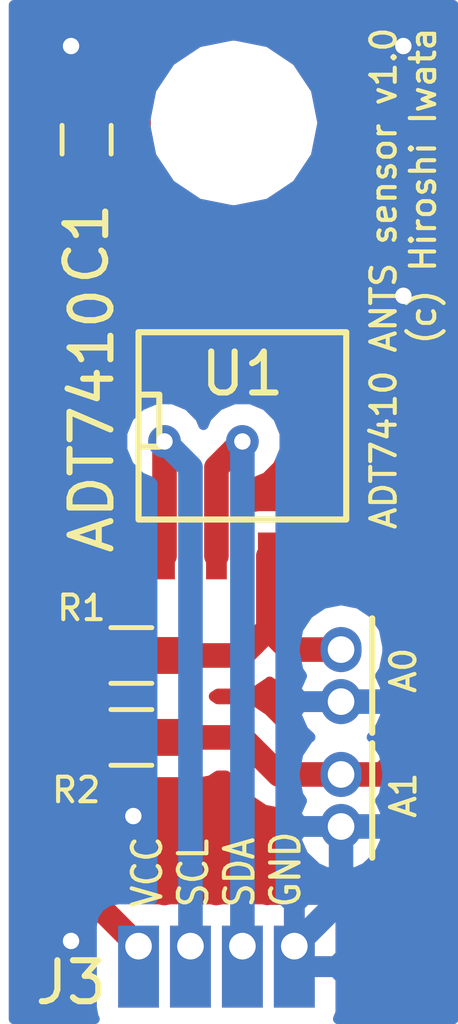
<source format=kicad_pcb>
(kicad_pcb (version 4) (host pcbnew 4.0.6)

  (general
    (links 14)
    (no_connects 0)
    (area 0 0 0 0)
    (thickness 1.6)
    (drawings 2)
    (tracks 64)
    (zones 0)
    (modules 8)
    (nets 9)
  )

  (page A4)
  (layers
    (0 F.Cu signal)
    (31 B.Cu signal)
    (32 B.Adhes user)
    (33 F.Adhes user)
    (34 B.Paste user)
    (35 F.Paste user)
    (36 B.SilkS user)
    (37 F.SilkS user)
    (38 B.Mask user)
    (39 F.Mask user)
    (40 Dwgs.User user)
    (41 Cmts.User user)
    (42 Eco1.User user)
    (43 Eco2.User user)
    (44 Edge.Cuts user)
    (45 Margin user)
    (46 B.CrtYd user)
    (47 F.CrtYd user)
    (48 B.Fab user)
    (49 F.Fab user)
  )

  (setup
    (last_trace_width 0.2)
    (user_trace_width 0.2)
    (user_trace_width 0.6)
    (user_trace_width 0.8)
    (trace_clearance 0.2)
    (zone_clearance 0.508)
    (zone_45_only no)
    (trace_min 0.2)
    (segment_width 0.2)
    (edge_width 0.15)
    (via_size 0.8)
    (via_drill 0.4)
    (via_min_size 0.6)
    (via_min_drill 0.3)
    (uvia_size 0.3)
    (uvia_drill 0.1)
    (uvias_allowed no)
    (uvia_min_size 0.2)
    (uvia_min_drill 0.1)
    (pcb_text_width 0.3)
    (pcb_text_size 1.5 1.5)
    (mod_edge_width 0.15)
    (mod_text_size 1 1)
    (mod_text_width 0.15)
    (pad_size 1.2 1)
    (pad_drill 0.65)
    (pad_to_mask_clearance 0.2)
    (aux_axis_origin 0 0)
    (grid_origin 155 99)
    (visible_elements FFFFFF7F)
    (pcbplotparams
      (layerselection 0x00030_80000001)
      (usegerberextensions false)
      (excludeedgelayer true)
      (linewidth 0.100000)
      (plotframeref false)
      (viasonmask false)
      (mode 1)
      (useauxorigin false)
      (hpglpennumber 1)
      (hpglpenspeed 20)
      (hpglpendiameter 15)
      (hpglpenoverlay 2)
      (psnegative false)
      (psa4output false)
      (plotreference true)
      (plotvalue true)
      (plotinvisibletext false)
      (padsonsilk false)
      (subtractmaskfromsilk false)
      (outputformat 1)
      (mirror false)
      (drillshape 1)
      (scaleselection 1)
      (outputdirectory ""))
  )

  (net 0 "")
  (net 1 /VDD)
  (net 2 /GND)
  (net 3 /A0)
  (net 4 /A1)
  (net 5 /SCL)
  (net 6 /SDA)
  (net 7 /CT)
  (net 8 /INT)

  (net_class Default "これは標準のネット クラスです。"
    (clearance 0.2)
    (trace_width 0.4)
    (via_dia 0.8)
    (via_drill 0.4)
    (uvia_dia 0.3)
    (uvia_drill 0.1)
    (add_net /A0)
    (add_net /A1)
    (add_net /CT)
    (add_net /GND)
    (add_net /INT)
    (add_net /SCL)
    (add_net /SDA)
    (add_net /VDD)
  )

  (module Pin_Headers:Pin_Header_Straight_1x02_Pitch1.27mm (layer F.Cu) (tedit 5A0692C7) (tstamp 5A068816)
    (at 163.128 92.904)
    (descr "Through hole straight pin header, 1x02, 1.27mm pitch, single row")
    (tags "Through hole pin header THT 1x02 1.27mm single row")
    (path /5A068ADB)
    (fp_text reference J2 (at 0 -1.695) (layer Eco1.User)
      (effects (font (size 1 1) (thickness 0.15)))
    )
    (fp_text value A1 (at 1.524 0.508 90) (layer F.SilkS)
      (effects (font (size 0.6 0.6) (thickness 0.1)))
    )
    (fp_line (start -0.762 2.032) (end 0.762 2.032) (layer F.CrtYd) (width 0.15))
    (fp_line (start 0.762 2.032) (end 0.762 -0.762) (layer F.SilkS) (width 0.15))
    (fp_line (start 0.762 -0.762) (end -0.762 -0.762) (layer F.CrtYd) (width 0.15))
    (fp_line (start -0.762 -0.762) (end -0.762 2.032) (layer F.CrtYd) (width 0.15))
    (pad 1 thru_hole oval (at 0 0) (size 1 1.1) (drill 0.65) (layers *.Cu *.Mask)
      (net 4 /A1))
    (pad 2 thru_hole oval (at 0 1.27) (size 1 1.1) (drill 0.65) (layers *.Cu *.Mask)
      (net 2 /GND))
    (model ${KISYS3DMOD}/Pin_Headers.3dshapes/Pin_Header_Straight_1x02_Pitch1.27mm.wrl
      (at (xyz 0 0 0))
      (scale (xyz 1 1 1))
      (rotate (xyz 0 0 0))
    )
  )

  (module Pin_Headers:Pin_Header_Straight_1x02_Pitch1.27mm (layer F.Cu) (tedit 5A0692BD) (tstamp 5A068810)
    (at 163.128 89.856)
    (descr "Through hole straight pin header, 1x02, 1.27mm pitch, single row")
    (tags "Through hole pin header THT 1x02 1.27mm single row")
    (path /5A068A9A)
    (fp_text reference J1 (at 0 -1.695) (layer Eco1.User)
      (effects (font (size 1 1) (thickness 0.15)))
    )
    (fp_text value A0 (at 1.524 0.508 90) (layer F.SilkS)
      (effects (font (size 0.6 0.6) (thickness 0.1)))
    )
    (fp_line (start -0.762 2.032) (end 0.762 2.032) (layer F.CrtYd) (width 0.15))
    (fp_line (start 0.762 2.032) (end 0.762 -0.762) (layer F.SilkS) (width 0.15))
    (fp_line (start 0.762 -0.762) (end -0.762 -0.762) (layer F.CrtYd) (width 0.15))
    (fp_line (start -0.762 -0.762) (end -0.762 2.032) (layer F.CrtYd) (width 0.15))
    (pad 1 thru_hole oval (at 0 0) (size 1 1.1) (drill 0.65) (layers *.Cu *.Mask)
      (net 3 /A0))
    (pad 2 thru_hole oval (at 0 1.27) (size 1 1.1) (drill 0.65) (layers *.Cu *.Mask)
      (net 2 /GND))
    (model ${KISYS3DMOD}/Pin_Headers.3dshapes/Pin_Header_Straight_1x02_Pitch1.27mm.wrl
      (at (xyz 0 0 0))
      (scale (xyz 1 1 1))
      (rotate (xyz 0 0 0))
    )
  )

  (module MY_VIA:VIA_M3 (layer F.Cu) (tedit 5A068D7D) (tstamp 5A068D2F)
    (at 160.5 77)
    (fp_text reference H1 (at 0.215 -2.13) (layer F.Fab)
      (effects (font (size 0.6 0.6) (thickness 0.1)))
    )
    (fp_text value VIA_M3 (at 2.12 -2.13) (layer Eco1.User)
      (effects (font (size 0.6 0.6) (thickness 0.1)))
    )
    (pad "" np_thru_hole oval (at 0 0) (size 3 3) (drill 3) (layers *.Cu *.Mask))
  )

  (module Pin_Headers:Pin_Header_Straight_1x04_Pitch1.27mm (layer F.Cu) (tedit 5A0692DA) (tstamp 5A06881E)
    (at 158.175 97.095 90)
    (descr "Through hole straight pin header, 1x04, 1.27mm pitch, single row")
    (tags "Through hole pin header THT 1x04 1.27mm single row")
    (path /5A069035)
    (fp_text reference J3 (at -0.889 -1.651 180) (layer F.SilkS)
      (effects (font (size 1 1) (thickness 0.15)))
    )
    (fp_text value Pin (at -0.381 5.969 180) (layer F.Fab)
      (effects (font (size 1 1) (thickness 0.15)))
    )
    (fp_line (start -1.524 -0.762) (end -1.524 4.572) (layer F.CrtYd) (width 0.15))
    (fp_line (start -1.524 4.572) (end 0.762 4.572) (layer F.CrtYd) (width 0.15))
    (fp_line (start 0.762 4.572) (end 0.762 -0.762) (layer F.CrtYd) (width 0.15))
    (fp_line (start 0.762 -0.762) (end -1.524 -0.762) (layer F.CrtYd) (width 0.15))
    (pad 1 thru_hole rect (at 0 0 90) (size 2 1) (drill 0.65 (offset -0.5 0)) (layers *.Cu *.Mask)
      (net 1 /VDD))
    (pad 2 thru_hole rect (at 0 1.27 90) (size 2 1) (drill 0.65 (offset -0.5 0)) (layers *.Cu *.Mask)
      (net 5 /SCL))
    (pad 3 thru_hole rect (at 0 2.54 90) (size 2 1) (drill 0.65 (offset -0.5 0)) (layers *.Cu *.Mask)
      (net 6 /SDA))
    (pad 4 thru_hole rect (at 0 3.81 90) (size 2 1) (drill 0.65 (offset -0.5 0)) (layers *.Cu *.Mask)
      (net 2 /GND))
    (model ${KISYS3DMOD}/Pin_Headers.3dshapes/Pin_Header_Straight_1x04_Pitch1.27mm.wrl
      (at (xyz 0 0 0))
      (scale (xyz 1 1 1))
      (rotate (xyz 0 0 0))
    )
  )

  (module Capacitors_SMD:C_0603_HandSoldering (layer F.Cu) (tedit 5A068D98) (tstamp 5A06880A)
    (at 156.905 77.41 90)
    (descr "Capacitor SMD 0603, hand soldering")
    (tags "capacitor 0603")
    (path /5A06859D)
    (attr smd)
    (fp_text reference C1 (at -2.54 0 90) (layer F.SilkS)
      (effects (font (size 1 1) (thickness 0.15)))
    )
    (fp_text value 0.1u (at 0 -1.27 90) (layer F.Fab)
      (effects (font (size 1 1) (thickness 0.15)))
    )
    (fp_text user %R (at -2.54 0 90) (layer F.Fab)
      (effects (font (size 1 1) (thickness 0.15)))
    )
    (fp_line (start -0.8 0.4) (end -0.8 -0.4) (layer F.Fab) (width 0.1))
    (fp_line (start 0.8 0.4) (end -0.8 0.4) (layer F.Fab) (width 0.1))
    (fp_line (start 0.8 -0.4) (end 0.8 0.4) (layer F.Fab) (width 0.1))
    (fp_line (start -0.8 -0.4) (end 0.8 -0.4) (layer F.Fab) (width 0.1))
    (fp_line (start -0.35 -0.6) (end 0.35 -0.6) (layer F.SilkS) (width 0.12))
    (fp_line (start 0.35 0.6) (end -0.35 0.6) (layer F.SilkS) (width 0.12))
    (fp_line (start -1.8 -0.65) (end 1.8 -0.65) (layer F.CrtYd) (width 0.05))
    (fp_line (start -1.8 -0.65) (end -1.8 0.65) (layer F.CrtYd) (width 0.05))
    (fp_line (start 1.8 0.65) (end 1.8 -0.65) (layer F.CrtYd) (width 0.05))
    (fp_line (start 1.8 0.65) (end -1.8 0.65) (layer F.CrtYd) (width 0.05))
    (pad 1 smd rect (at -0.95 0 90) (size 1.2 0.75) (layers F.Cu F.Paste F.Mask)
      (net 1 /VDD))
    (pad 2 smd rect (at 0.95 0 90) (size 1.2 0.75) (layers F.Cu F.Paste F.Mask)
      (net 2 /GND))
    (model Capacitors_SMD.3dshapes/C_0603.wrl
      (at (xyz 0 0 0))
      (scale (xyz 1 1 1))
      (rotate (xyz 0 0 0))
    )
  )

  (module Resistors_SMD:R_0603_HandSoldering (layer F.Cu) (tedit 5A068EF1) (tstamp 5A068824)
    (at 158 90)
    (descr "Resistor SMD 0603, hand soldering")
    (tags "resistor 0603")
    (path /5A068708)
    (attr smd)
    (fp_text reference R1 (at -1.222 -1.16) (layer F.SilkS)
      (effects (font (size 0.6 0.6) (thickness 0.1)))
    )
    (fp_text value 10k (at 0.175 -1.16) (layer F.Fab)
      (effects (font (size 0.6 0.6) (thickness 0.1)))
    )
    (fp_text user %R (at 0 0) (layer F.Fab)
      (effects (font (size 0.5 0.5) (thickness 0.075)))
    )
    (fp_line (start -0.8 0.4) (end -0.8 -0.4) (layer F.Fab) (width 0.1))
    (fp_line (start 0.8 0.4) (end -0.8 0.4) (layer F.Fab) (width 0.1))
    (fp_line (start 0.8 -0.4) (end 0.8 0.4) (layer F.Fab) (width 0.1))
    (fp_line (start -0.8 -0.4) (end 0.8 -0.4) (layer F.Fab) (width 0.1))
    (fp_line (start 0.5 0.68) (end -0.5 0.68) (layer F.SilkS) (width 0.12))
    (fp_line (start -0.5 -0.68) (end 0.5 -0.68) (layer F.SilkS) (width 0.12))
    (fp_line (start -1.96 -0.7) (end 1.95 -0.7) (layer F.CrtYd) (width 0.05))
    (fp_line (start -1.96 -0.7) (end -1.96 0.7) (layer F.CrtYd) (width 0.05))
    (fp_line (start 1.95 0.7) (end 1.95 -0.7) (layer F.CrtYd) (width 0.05))
    (fp_line (start 1.95 0.7) (end -1.96 0.7) (layer F.CrtYd) (width 0.05))
    (pad 1 smd rect (at -1.1 0) (size 1.2 0.9) (layers F.Cu F.Paste F.Mask)
      (net 1 /VDD))
    (pad 2 smd rect (at 1.1 0) (size 1.2 0.9) (layers F.Cu F.Paste F.Mask)
      (net 3 /A0))
    (model ${KISYS3DMOD}/Resistors_SMD.3dshapes/R_0603.wrl
      (at (xyz 0 0 0))
      (scale (xyz 1 1 1))
      (rotate (xyz 0 0 0))
    )
  )

  (module Resistors_SMD:R_0603_HandSoldering (layer F.Cu) (tedit 5A068EED) (tstamp 5A06882A)
    (at 158 92)
    (descr "Resistor SMD 0603, hand soldering")
    (tags "resistor 0603")
    (path /5A068775)
    (attr smd)
    (fp_text reference R2 (at -1.349 1.285) (layer F.SilkS)
      (effects (font (size 0.6 0.6) (thickness 0.1)))
    )
    (fp_text value 10k (at 0.175 1.285) (layer F.Fab)
      (effects (font (size 0.6 0.6) (thickness 0.1)))
    )
    (fp_text user %R (at 0 0) (layer F.Fab)
      (effects (font (size 0.5 0.5) (thickness 0.075)))
    )
    (fp_line (start -0.8 0.4) (end -0.8 -0.4) (layer F.Fab) (width 0.1))
    (fp_line (start 0.8 0.4) (end -0.8 0.4) (layer F.Fab) (width 0.1))
    (fp_line (start 0.8 -0.4) (end 0.8 0.4) (layer F.Fab) (width 0.1))
    (fp_line (start -0.8 -0.4) (end 0.8 -0.4) (layer F.Fab) (width 0.1))
    (fp_line (start 0.5 0.68) (end -0.5 0.68) (layer F.SilkS) (width 0.12))
    (fp_line (start -0.5 -0.68) (end 0.5 -0.68) (layer F.SilkS) (width 0.12))
    (fp_line (start -1.96 -0.7) (end 1.95 -0.7) (layer F.CrtYd) (width 0.05))
    (fp_line (start -1.96 -0.7) (end -1.96 0.7) (layer F.CrtYd) (width 0.05))
    (fp_line (start 1.95 0.7) (end 1.95 -0.7) (layer F.CrtYd) (width 0.05))
    (fp_line (start 1.95 0.7) (end -1.96 0.7) (layer F.CrtYd) (width 0.05))
    (pad 1 smd rect (at -1.1 0) (size 1.2 0.9) (layers F.Cu F.Paste F.Mask)
      (net 1 /VDD))
    (pad 2 smd rect (at 1.1 0) (size 1.2 0.9) (layers F.Cu F.Paste F.Mask)
      (net 4 /A1))
    (model ${KISYS3DMOD}/Resistors_SMD.3dshapes/R_0603.wrl
      (at (xyz 0 0 0))
      (scale (xyz 1 1 1))
      (rotate (xyz 0 0 0))
    )
  )

  (module SMD_Packages:SOIC-8-N (layer F.Cu) (tedit 5A0692EC) (tstamp 5A068836)
    (at 160.715 84.395)
    (descr "Module Narrow CMS SOJ 8 pins large")
    (tags "CMS SOJ")
    (path /5A068240)
    (attr smd)
    (fp_text reference U1 (at 0 -1.27) (layer F.SilkS)
      (effects (font (size 1 1) (thickness 0.15)))
    )
    (fp_text value ADT7410 (at -3.683 -0.127 90) (layer F.SilkS)
      (effects (font (size 1 1) (thickness 0.15)))
    )
    (fp_line (start -2.54 -2.286) (end 2.54 -2.286) (layer F.SilkS) (width 0.15))
    (fp_line (start 2.54 -2.286) (end 2.54 2.286) (layer F.SilkS) (width 0.15))
    (fp_line (start 2.54 2.286) (end -2.54 2.286) (layer F.SilkS) (width 0.15))
    (fp_line (start -2.54 2.286) (end -2.54 -2.286) (layer F.SilkS) (width 0.15))
    (fp_line (start -2.54 -0.762) (end -2.032 -0.762) (layer F.SilkS) (width 0.15))
    (fp_line (start -2.032 -0.762) (end -2.032 0.508) (layer F.SilkS) (width 0.15))
    (fp_line (start -2.032 0.508) (end -2.54 0.508) (layer F.SilkS) (width 0.15))
    (pad 8 smd rect (at -1.905 -3.175) (size 0.508 1.143) (layers F.Cu F.Paste F.Mask)
      (net 1 /VDD))
    (pad 7 smd rect (at -0.635 -3.175) (size 0.508 1.143) (layers F.Cu F.Paste F.Mask)
      (net 2 /GND))
    (pad 6 smd rect (at 0.635 -3.175) (size 0.508 1.143) (layers F.Cu F.Paste F.Mask)
      (net 7 /CT))
    (pad 5 smd rect (at 1.905 -3.175) (size 0.508 1.143) (layers F.Cu F.Paste F.Mask)
      (net 8 /INT))
    (pad 4 smd rect (at 1.905 3.175) (size 0.508 1.143) (layers F.Cu F.Paste F.Mask)
      (net 4 /A1))
    (pad 3 smd rect (at 0.635 3.175) (size 0.508 1.143) (layers F.Cu F.Paste F.Mask)
      (net 3 /A0))
    (pad 2 smd rect (at -0.635 3.175) (size 0.508 1.143) (layers F.Cu F.Paste F.Mask)
      (net 6 /SDA))
    (pad 1 smd rect (at -1.905 3.175) (size 0.508 1.143) (layers F.Cu F.Paste F.Mask)
      (net 5 /SCL))
    (model SMD_Packages.3dshapes/SOIC-8-N.wrl
      (at (xyz 0 0 0))
      (scale (xyz 0.5 0.38 0.5))
      (rotate (xyz 0 0 0))
    )
  )

  (gr_text "VCC\nSCL\nSDA\nGND" (at 160.08 96.206 90) (layer F.SilkS)
    (effects (font (size 0.7 0.6) (thickness 0.1)) (justify left))
  )
  (gr_text "ADT7410 ANTS sensor v1.0\n(c) Hiroshi Iwata" (at 164.652 74.616 90) (layer F.SilkS)
    (effects (font (size 0.6 0.6) (thickness 0.1)) (justify right))
  )

  (segment (start 156.9 92) (end 156.9 95.82) (width 0.6) (layer F.Cu) (net 1))
  (segment (start 156.9 95.82) (end 158.175 97.095) (width 0.6) (layer F.Cu) (net 1) (tstamp 5A06902C))
  (segment (start 158.81 81.22) (end 158.81 82.49) (width 0.6) (layer F.Cu) (net 1))
  (segment (start 156.9 84.4) (end 156.9 90) (width 0.6) (layer F.Cu) (net 1) (tstamp 5A06901F))
  (segment (start 158.81 82.49) (end 156.9 84.4) (width 0.6) (layer F.Cu) (net 1) (tstamp 5A069016))
  (segment (start 156.9 90) (end 156.9 92) (width 0.6) (layer F.Cu) (net 1))
  (segment (start 158.81 81.22) (end 158.81 80.265) (width 0.6) (layer F.Cu) (net 1))
  (segment (start 158.81 80.265) (end 156.905 78.36) (width 0.6) (layer F.Cu) (net 1) (tstamp 5A068E14))
  (segment (start 156.524 96.968) (end 156.524 95.444) (width 0.2) (layer B.Cu) (net 2))
  (segment (start 164.652 81.22) (end 156.524 81.22) (width 0.6) (layer B.Cu) (net 2))
  (segment (start 155.508 87.824) (end 155.508 96.46) (width 0.2) (layer B.Cu) (net 2) (tstamp 5A0691DD))
  (segment (start 155.508 96.46) (end 156.016 96.968) (width 0.2) (layer B.Cu) (net 2) (tstamp 5A0691DE))
  (segment (start 156.016 96.968) (end 156.524 96.968) (width 0.2) (layer B.Cu) (net 2) (tstamp 5A0691EB))
  (via (at 156.524 96.968) (size 0.8) (drill 0.4) (layers F.Cu B.Cu) (net 2))
  (segment (start 155.508 82.236) (end 156.524 81.22) (width 0.2) (layer B.Cu) (net 2) (tstamp 5A069229))
  (segment (start 155.508 87.824) (end 155.508 82.236) (width 0.2) (layer B.Cu) (net 2))
  (via (at 158.048 93.92) (size 0.8) (drill 0.4) (layers F.Cu B.Cu) (net 2))
  (segment (start 156.524 95.444) (end 158.048 93.92) (width 0.2) (layer B.Cu) (net 2) (tstamp 5A06928C))
  (segment (start 156.905 76.46) (end 156.905 75.505) (width 0.6) (layer F.Cu) (net 2))
  (via (at 164.652 75.124) (size 0.8) (drill 0.4) (layers F.Cu B.Cu) (net 2))
  (segment (start 164.144 74.616) (end 164.652 75.124) (width 0.6) (layer B.Cu) (net 2) (tstamp 5A069198))
  (segment (start 157.032 74.616) (end 164.144 74.616) (width 0.6) (layer B.Cu) (net 2) (tstamp 5A069194))
  (segment (start 156.524 75.124) (end 157.032 74.616) (width 0.6) (layer B.Cu) (net 2) (tstamp 5A069193))
  (via (at 156.524 75.124) (size 0.8) (drill 0.4) (layers F.Cu B.Cu) (net 2))
  (segment (start 156.905 75.505) (end 156.524 75.124) (width 0.6) (layer F.Cu) (net 2) (tstamp 5A06918C))
  (segment (start 164.398 91.126) (end 164.652 90.872) (width 0.6) (layer B.Cu) (net 2))
  (segment (start 162.747 79.315) (end 159.445 79.315) (width 0.6) (layer F.Cu) (net 2) (tstamp 5A069172))
  (segment (start 164.652 81.22) (end 162.747 79.315) (width 0.6) (layer F.Cu) (net 2) (tstamp 5A069171))
  (via (at 164.652 81.22) (size 0.8) (drill 0.4) (layers F.Cu B.Cu) (net 2))
  (segment (start 164.652 90.872) (end 164.652 81.22) (width 0.6) (layer B.Cu) (net 2) (tstamp 5A069167))
  (segment (start 164.652 91.38) (end 164.652 93.92) (width 0.6) (layer B.Cu) (net 2))
  (segment (start 164.398 94.174) (end 164.652 93.92) (width 0.6) (layer B.Cu) (net 2) (tstamp 5A069147))
  (segment (start 163.128 94.174) (end 164.398 94.174) (width 0.6) (layer B.Cu) (net 2))
  (segment (start 164.398 91.126) (end 164.652 91.38) (width 0.6) (layer B.Cu) (net 2) (tstamp 5A069156))
  (segment (start 164.398 91.126) (end 163.128 91.126) (width 0.6) (layer B.Cu) (net 2))
  (segment (start 163.128 94.174) (end 163.128 95.952) (width 0.6) (layer B.Cu) (net 2))
  (segment (start 163.128 95.952) (end 161.985 97.095) (width 0.6) (layer B.Cu) (net 2) (tstamp 5A069143))
  (segment (start 156.905 76.46) (end 157.86 76.46) (width 0.6) (layer F.Cu) (net 2))
  (segment (start 158.175 78.045) (end 159.445 79.315) (width 0.6) (layer F.Cu) (net 2) (tstamp 5A068E1E))
  (segment (start 158.175 76.775) (end 158.175 78.045) (width 0.6) (layer F.Cu) (net 2) (tstamp 5A068E1D))
  (segment (start 157.86 76.46) (end 158.175 76.775) (width 0.6) (layer F.Cu) (net 2) (tstamp 5A068E1C))
  (segment (start 160.08 79.95) (end 160.08 81.22) (width 0.6) (layer F.Cu) (net 2) (tstamp 5A068E1F))
  (segment (start 159.445 79.315) (end 160.08 79.95) (width 0.6) (layer F.Cu) (net 2) (tstamp 5A069179))
  (segment (start 163.128 89.856) (end 161.858 89.856) (width 0.6) (layer F.Cu) (net 3))
  (segment (start 161.858 89.856) (end 161.35 89.348) (width 0.6) (layer F.Cu) (net 3) (tstamp 5A069131))
  (segment (start 159.1 90) (end 160.698 90) (width 0.6) (layer F.Cu) (net 3))
  (segment (start 161.35 89.348) (end 161.35 87.57) (width 0.6) (layer F.Cu) (net 3))
  (segment (start 160.698 90) (end 161.35 89.348) (width 0.6) (layer F.Cu) (net 3) (tstamp 5A068FF4))
  (segment (start 159.1 92) (end 160.7 92) (width 0.6) (layer F.Cu) (net 4))
  (segment (start 161.604 92.904) (end 163.128 92.904) (width 0.6) (layer F.Cu) (net 4) (tstamp 5A06913B))
  (segment (start 160.7 92) (end 161.604 92.904) (width 0.6) (layer F.Cu) (net 4) (tstamp 5A06913A))
  (segment (start 162.62 87.57) (end 163.89 87.57) (width 0.6) (layer F.Cu) (net 4))
  (segment (start 164.144 92.904) (end 163.128 92.904) (width 0.6) (layer F.Cu) (net 4) (tstamp 5A069137))
  (segment (start 164.652 92.396) (end 164.144 92.904) (width 0.6) (layer F.Cu) (net 4) (tstamp 5A069136))
  (segment (start 164.652 88.332) (end 164.652 92.396) (width 0.6) (layer F.Cu) (net 4) (tstamp 5A069135))
  (segment (start 163.89 87.57) (end 164.652 88.332) (width 0.6) (layer F.Cu) (net 4) (tstamp 5A069134))
  (segment (start 158.81 87.57) (end 158.81 84.776) (width 0.6) (layer F.Cu) (net 5))
  (segment (start 159.445 85.411) (end 159.445 97.095) (width 0.6) (layer B.Cu) (net 5) (tstamp 5A069038))
  (segment (start 158.81 84.776) (end 159.445 85.411) (width 0.6) (layer B.Cu) (net 5) (tstamp 5A069037))
  (via (at 158.81 84.776) (size 0.8) (drill 0.4) (layers F.Cu B.Cu) (net 5))
  (segment (start 160.715 97.095) (end 160.715 84.776) (width 0.6) (layer B.Cu) (net 6))
  (segment (start 160.08 85.411) (end 160.08 87.57) (width 0.6) (layer F.Cu) (net 6) (tstamp 5A069067))
  (segment (start 160.715 84.776) (end 160.08 85.411) (width 0.6) (layer F.Cu) (net 6) (tstamp 5A069066))
  (via (at 160.715 84.776) (size 0.8) (drill 0.4) (layers F.Cu B.Cu) (net 6))

  (zone (net 2) (net_name /GND) (layer B.Cu) (tstamp 5A068E27) (hatch edge 0.508)
    (connect_pads (clearance 0.508))
    (min_thickness 0.254)
    (fill yes (arc_segments 16) (thermal_gap 0.508) (thermal_bridge_width 0.508))
    (polygon
      (pts
        (xy 155 99) (xy 166 99) (xy 166 74) (xy 155 74)
      )
    )
    (filled_polygon
      (pts
        (xy 165.873 98.873) (xy 163.057167 98.873) (xy 163.12 98.721309) (xy 163.12 97.88075) (xy 162.96125 97.722)
        (xy 162.112 97.722) (xy 162.112 97.742) (xy 161.86244 97.742) (xy 161.86244 96.595) (xy 161.858 96.571403)
        (xy 161.858 96.11875) (xy 162.112 96.11875) (xy 162.112 97.468) (xy 162.96125 97.468) (xy 163.12 97.30925)
        (xy 163.12 96.468691) (xy 163.023327 96.235302) (xy 162.844699 96.056673) (xy 162.61131 95.96) (xy 162.27075 95.96)
        (xy 162.112 96.11875) (xy 161.858 96.11875) (xy 161.69925 95.96) (xy 161.65 95.96) (xy 161.65 94.476931)
        (xy 162.023274 94.476931) (xy 162.204159 94.880438) (xy 162.52569 95.184008) (xy 162.826126 95.318119) (xy 163.001 95.191954)
        (xy 163.001 94.301) (xy 163.255 94.301) (xy 163.255 95.191954) (xy 163.429874 95.318119) (xy 163.73031 95.184008)
        (xy 164.051841 94.880438) (xy 164.232726 94.476931) (xy 164.099942 94.301) (xy 163.255 94.301) (xy 163.001 94.301)
        (xy 162.156058 94.301) (xy 162.023274 94.476931) (xy 161.65 94.476931) (xy 161.65 92.830784) (xy 161.993 92.830784)
        (xy 161.993 92.977216) (xy 162.079397 93.411562) (xy 162.169089 93.545795) (xy 162.023274 93.871069) (xy 162.156058 94.047)
        (xy 162.800138 94.047) (xy 163.128 94.112216) (xy 163.455862 94.047) (xy 164.099942 94.047) (xy 164.232726 93.871069)
        (xy 164.086911 93.545795) (xy 164.176603 93.411562) (xy 164.263 92.977216) (xy 164.263 92.830784) (xy 164.176603 92.396438)
        (xy 163.930566 92.028218) (xy 163.880154 91.994534) (xy 164.051841 91.832438) (xy 164.232726 91.428931) (xy 164.099942 91.253)
        (xy 163.255 91.253) (xy 163.255 91.273) (xy 163.001 91.273) (xy 163.001 91.253) (xy 162.156058 91.253)
        (xy 162.023274 91.428931) (xy 162.204159 91.832438) (xy 162.375846 91.994534) (xy 162.325434 92.028218) (xy 162.079397 92.396438)
        (xy 161.993 92.830784) (xy 161.65 92.830784) (xy 161.65 89.782784) (xy 161.993 89.782784) (xy 161.993 89.929216)
        (xy 162.079397 90.363562) (xy 162.169089 90.497795) (xy 162.023274 90.823069) (xy 162.156058 90.999) (xy 162.800138 90.999)
        (xy 163.128 91.064216) (xy 163.455862 90.999) (xy 164.099942 90.999) (xy 164.232726 90.823069) (xy 164.086911 90.497795)
        (xy 164.176603 90.363562) (xy 164.263 89.929216) (xy 164.263 89.782784) (xy 164.176603 89.348438) (xy 163.930566 88.980218)
        (xy 163.562346 88.734181) (xy 163.128 88.647784) (xy 162.693654 88.734181) (xy 162.325434 88.980218) (xy 162.079397 89.348438)
        (xy 161.993 89.782784) (xy 161.65 89.782784) (xy 161.65 85.223171) (xy 161.74982 84.982777) (xy 161.750179 84.571029)
        (xy 161.592942 84.190485) (xy 161.302046 83.899081) (xy 160.921777 83.74118) (xy 160.510029 83.740821) (xy 160.129485 83.898058)
        (xy 159.838081 84.188954) (xy 159.762509 84.370952) (xy 159.687942 84.190485) (xy 159.397046 83.899081) (xy 159.016777 83.74118)
        (xy 158.605029 83.740821) (xy 158.224485 83.898058) (xy 157.933081 84.188954) (xy 157.77518 84.569223) (xy 157.774821 84.980971)
        (xy 157.932058 85.361515) (xy 158.222954 85.652919) (xy 158.465231 85.753521) (xy 158.51 85.79829) (xy 158.51 95.94756)
        (xy 157.675 95.94756) (xy 157.439683 95.991838) (xy 157.223559 96.13091) (xy 157.078569 96.34311) (xy 157.02756 96.595)
        (xy 157.02756 98.595) (xy 157.071838 98.830317) (xy 157.099304 98.873) (xy 155.127 98.873) (xy 155.127 77)
        (xy 158.323173 77) (xy 158.48569 77.817029) (xy 158.9485 78.509673) (xy 159.641144 78.972483) (xy 160.458173 79.135)
        (xy 160.541827 79.135) (xy 161.358856 78.972483) (xy 162.0515 78.509673) (xy 162.51431 77.817029) (xy 162.676827 77)
        (xy 162.51431 76.182971) (xy 162.0515 75.490327) (xy 161.358856 75.027517) (xy 160.541827 74.865) (xy 160.458173 74.865)
        (xy 159.641144 75.027517) (xy 158.9485 75.490327) (xy 158.48569 76.182971) (xy 158.323173 77) (xy 155.127 77)
        (xy 155.127 74.127) (xy 165.873 74.127)
      )
    )
  )
  (zone (net 2) (net_name /GND) (layer F.Cu) (tstamp 5A068E26) (hatch edge 0.508)
    (connect_pads (clearance 0.508))
    (min_thickness 0.254)
    (fill yes (arc_segments 16) (thermal_gap 0.508) (thermal_bridge_width 0.508))
    (polygon
      (pts
        (xy 155 99) (xy 166 99) (xy 166 74) (xy 155 74)
      )
    )
    (filled_polygon
      (pts
        (xy 165.873 98.873) (xy 163.057167 98.873) (xy 163.12 98.721309) (xy 163.12 97.88075) (xy 162.96125 97.722)
        (xy 162.112 97.722) (xy 162.112 97.742) (xy 161.86244 97.742) (xy 161.86244 96.595) (xy 161.858 96.571403)
        (xy 161.858 96.11875) (xy 162.112 96.11875) (xy 162.112 97.468) (xy 162.96125 97.468) (xy 163.12 97.30925)
        (xy 163.12 96.468691) (xy 163.023327 96.235302) (xy 162.844699 96.056673) (xy 162.61131 95.96) (xy 162.27075 95.96)
        (xy 162.112 96.11875) (xy 161.858 96.11875) (xy 161.69925 95.96) (xy 161.35869 95.96) (xy 161.331679 95.971188)
        (xy 161.215 95.94756) (xy 160.215 95.94756) (xy 160.075044 95.973895) (xy 159.945 95.94756) (xy 158.945 95.94756)
        (xy 158.805044 95.973895) (xy 158.675 95.94756) (xy 158.34985 95.94756) (xy 157.835 95.43271) (xy 157.835 94.476931)
        (xy 162.023274 94.476931) (xy 162.204159 94.880438) (xy 162.52569 95.184008) (xy 162.826126 95.318119) (xy 163.001 95.191954)
        (xy 163.001 94.301) (xy 163.255 94.301) (xy 163.255 95.191954) (xy 163.429874 95.318119) (xy 163.73031 95.184008)
        (xy 164.051841 94.880438) (xy 164.232726 94.476931) (xy 164.099942 94.301) (xy 163.255 94.301) (xy 163.001 94.301)
        (xy 162.156058 94.301) (xy 162.023274 94.476931) (xy 157.835 94.476931) (xy 157.835 92.989018) (xy 157.951441 92.91409)
        (xy 157.999134 92.844289) (xy 158.03591 92.901441) (xy 158.24811 93.046431) (xy 158.5 93.09744) (xy 159.7 93.09744)
        (xy 159.935317 93.053162) (xy 160.118946 92.935) (xy 160.31271 92.935) (xy 160.942855 93.565145) (xy 161.246191 93.767827)
        (xy 161.604 93.839) (xy 162.03765 93.839) (xy 162.023274 93.871069) (xy 162.156058 94.047) (xy 162.800138 94.047)
        (xy 163.128 94.112216) (xy 163.455862 94.047) (xy 164.099942 94.047) (xy 164.232726 93.871069) (xy 164.212263 93.825422)
        (xy 164.501809 93.767827) (xy 164.805145 93.565145) (xy 165.313142 93.057147) (xy 165.313145 93.057145) (xy 165.515827 92.753809)
        (xy 165.587 92.396) (xy 165.587 88.332) (xy 165.515827 87.974191) (xy 165.313145 87.670855) (xy 164.551145 86.908855)
        (xy 164.247809 86.706173) (xy 163.89 86.635) (xy 163.394678 86.635) (xy 163.33809 86.547059) (xy 163.12589 86.402069)
        (xy 162.874 86.35106) (xy 162.366 86.35106) (xy 162.130683 86.395338) (xy 161.984093 86.489666) (xy 161.85589 86.402069)
        (xy 161.604 86.35106) (xy 161.096 86.35106) (xy 161.015 86.366301) (xy 161.015 85.79829) (xy 161.059948 85.753342)
        (xy 161.300515 85.653942) (xy 161.591919 85.363046) (xy 161.74982 84.982777) (xy 161.750179 84.571029) (xy 161.592942 84.190485)
        (xy 161.302046 83.899081) (xy 160.921777 83.74118) (xy 160.510029 83.740821) (xy 160.129485 83.898058) (xy 159.838081 84.188954)
        (xy 159.762509 84.370952) (xy 159.687942 84.190485) (xy 159.397046 83.899081) (xy 159.016777 83.74118) (xy 158.881228 83.741062)
        (xy 159.471145 83.151145) (xy 159.673827 82.847809) (xy 159.745 82.49) (xy 159.745 82.4265) (xy 159.79425 82.4265)
        (xy 159.953 82.26775) (xy 159.953 81.347) (xy 159.933 81.347) (xy 159.933 81.093) (xy 159.953 81.093)
        (xy 159.953 80.17225) (xy 160.207 80.17225) (xy 160.207 81.093) (xy 160.227 81.093) (xy 160.227 81.347)
        (xy 160.207 81.347) (xy 160.207 82.26775) (xy 160.36575 82.4265) (xy 160.460309 82.4265) (xy 160.693698 82.329827)
        (xy 160.720235 82.303291) (xy 160.84411 82.387931) (xy 161.096 82.43894) (xy 161.604 82.43894) (xy 161.839317 82.394662)
        (xy 161.985907 82.300334) (xy 162.11411 82.387931) (xy 162.366 82.43894) (xy 162.874 82.43894) (xy 163.109317 82.394662)
        (xy 163.325441 82.25559) (xy 163.470431 82.04339) (xy 163.52144 81.7915) (xy 163.52144 80.6485) (xy 163.477162 80.413183)
        (xy 163.33809 80.197059) (xy 163.12589 80.052069) (xy 162.874 80.00106) (xy 162.366 80.00106) (xy 162.130683 80.045338)
        (xy 161.984093 80.139666) (xy 161.85589 80.052069) (xy 161.604 80.00106) (xy 161.096 80.00106) (xy 160.860683 80.045338)
        (xy 160.719629 80.136104) (xy 160.693698 80.110173) (xy 160.460309 80.0135) (xy 160.36575 80.0135) (xy 160.207 80.17225)
        (xy 159.953 80.17225) (xy 159.79425 80.0135) (xy 159.699691 80.0135) (xy 159.695332 80.015305) (xy 159.673827 79.907191)
        (xy 159.471145 79.603855) (xy 157.92744 78.06015) (xy 157.92744 77.76) (xy 157.883162 77.524683) (xy 157.816671 77.421354)
        (xy 157.818327 77.419698) (xy 157.915 77.186309) (xy 157.915 77) (xy 158.323173 77) (xy 158.48569 77.817029)
        (xy 158.9485 78.509673) (xy 159.641144 78.972483) (xy 160.458173 79.135) (xy 160.541827 79.135) (xy 161.358856 78.972483)
        (xy 162.0515 78.509673) (xy 162.51431 77.817029) (xy 162.676827 77) (xy 162.51431 76.182971) (xy 162.0515 75.490327)
        (xy 161.358856 75.027517) (xy 160.541827 74.865) (xy 160.458173 74.865) (xy 159.641144 75.027517) (xy 158.9485 75.490327)
        (xy 158.48569 76.182971) (xy 158.323173 77) (xy 157.915 77) (xy 157.915 76.74575) (xy 157.75625 76.587)
        (xy 157.032 76.587) (xy 157.032 76.607) (xy 156.778 76.607) (xy 156.778 76.587) (xy 156.05375 76.587)
        (xy 155.895 76.74575) (xy 155.895 77.186309) (xy 155.991673 77.419698) (xy 155.993043 77.421068) (xy 155.933569 77.50811)
        (xy 155.88256 77.76) (xy 155.88256 78.96) (xy 155.926838 79.195317) (xy 156.06591 79.411441) (xy 156.27811 79.556431)
        (xy 156.53 79.60744) (xy 156.83015 79.60744) (xy 157.875 80.65229) (xy 157.875 82.10271) (xy 156.238855 83.738855)
        (xy 156.036173 84.042191) (xy 155.965 84.4) (xy 155.965 89.010982) (xy 155.848559 89.08591) (xy 155.703569 89.29811)
        (xy 155.65256 89.55) (xy 155.65256 90.45) (xy 155.696838 90.685317) (xy 155.83591 90.901441) (xy 155.965 90.989644)
        (xy 155.965 91.010982) (xy 155.848559 91.08591) (xy 155.703569 91.29811) (xy 155.65256 91.55) (xy 155.65256 92.45)
        (xy 155.696838 92.685317) (xy 155.83591 92.901441) (xy 155.965 92.989644) (xy 155.965 95.82) (xy 156.036173 96.177809)
        (xy 156.238855 96.481145) (xy 157.02756 97.26985) (xy 157.02756 98.595) (xy 157.071838 98.830317) (xy 157.099304 98.873)
        (xy 155.127 98.873) (xy 155.127 75.733691) (xy 155.895 75.733691) (xy 155.895 76.17425) (xy 156.05375 76.333)
        (xy 156.778 76.333) (xy 156.778 75.38375) (xy 157.032 75.38375) (xy 157.032 76.333) (xy 157.75625 76.333)
        (xy 157.915 76.17425) (xy 157.915 75.733691) (xy 157.818327 75.500302) (xy 157.639699 75.321673) (xy 157.40631 75.225)
        (xy 157.19075 75.225) (xy 157.032 75.38375) (xy 156.778 75.38375) (xy 156.61925 75.225) (xy 156.40369 75.225)
        (xy 156.170301 75.321673) (xy 155.991673 75.500302) (xy 155.895 75.733691) (xy 155.127 75.733691) (xy 155.127 74.127)
        (xy 165.873 74.127)
      )
    )
    (filled_polygon
      (pts
        (xy 161.412367 90.661145) (xy 161.500191 90.719827) (xy 161.858 90.791) (xy 162.03765 90.791) (xy 162.023274 90.823069)
        (xy 162.156058 90.999) (xy 162.800138 90.999) (xy 163.128 91.064216) (xy 163.275 91.034976) (xy 163.275 91.253)
        (xy 163.255 91.253) (xy 163.255 91.273) (xy 163.001 91.273) (xy 163.001 91.253) (xy 162.156058 91.253)
        (xy 162.023274 91.428931) (xy 162.204159 91.832438) (xy 162.348801 91.969) (xy 161.99129 91.969) (xy 161.361145 91.338855)
        (xy 161.057809 91.136173) (xy 160.7 91.065) (xy 160.114975 91.065) (xy 160.018917 90.999367) (xy 160.118946 90.935)
        (xy 160.698 90.935) (xy 161.055809 90.863827) (xy 161.359145 90.661145) (xy 161.380463 90.639827)
      )
    )
  )
)

</source>
